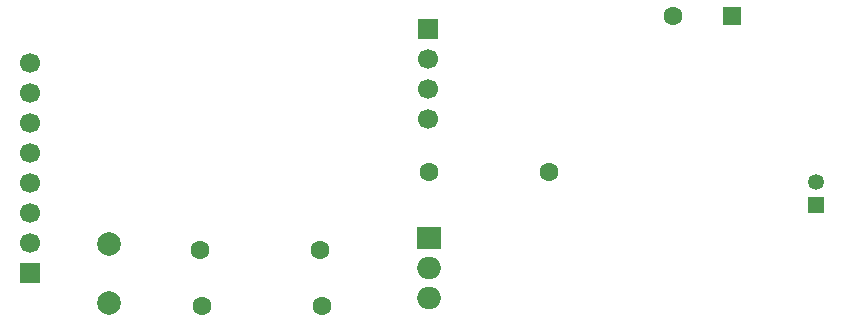
<source format=gbr>
G04 #@! TF.GenerationSoftware,KiCad,Pcbnew,9.0.4*
G04 #@! TF.CreationDate,2026-01-25T14:47:56-08:00*
G04 #@! TF.ProjectId,e-ink_PCB,652d696e-6b5f-4504-9342-2e6b69636164,rev?*
G04 #@! TF.SameCoordinates,Original*
G04 #@! TF.FileFunction,Soldermask,Bot*
G04 #@! TF.FilePolarity,Negative*
%FSLAX46Y46*%
G04 Gerber Fmt 4.6, Leading zero omitted, Abs format (unit mm)*
G04 Created by KiCad (PCBNEW 9.0.4) date 2026-01-25 14:47:56*
%MOMM*%
%LPD*%
G01*
G04 APERTURE LIST*
G04 Aperture macros list*
%AMRoundRect*
0 Rectangle with rounded corners*
0 $1 Rounding radius*
0 $2 $3 $4 $5 $6 $7 $8 $9 X,Y pos of 4 corners*
0 Add a 4 corners polygon primitive as box body*
4,1,4,$2,$3,$4,$5,$6,$7,$8,$9,$2,$3,0*
0 Add four circle primitives for the rounded corners*
1,1,$1+$1,$2,$3*
1,1,$1+$1,$4,$5*
1,1,$1+$1,$6,$7*
1,1,$1+$1,$8,$9*
0 Add four rect primitives between the rounded corners*
20,1,$1+$1,$2,$3,$4,$5,0*
20,1,$1+$1,$4,$5,$6,$7,0*
20,1,$1+$1,$6,$7,$8,$9,0*
20,1,$1+$1,$8,$9,$2,$3,0*%
G04 Aperture macros list end*
%ADD10R,1.700000X1.700000*%
%ADD11C,1.700000*%
%ADD12C,1.600000*%
%ADD13R,2.000000X1.905000*%
%ADD14O,2.000000X1.905000*%
%ADD15R,1.350000X1.350000*%
%ADD16C,1.350000*%
%ADD17RoundRect,0.250000X0.550000X0.550000X-0.550000X0.550000X-0.550000X-0.550000X0.550000X-0.550000X0*%
%ADD18C,2.000000*%
G04 APERTURE END LIST*
D10*
G04 #@! TO.C,J3*
X110200000Y-97580000D03*
D11*
X110200000Y-100120000D03*
X110200000Y-102660000D03*
X110200000Y-105200000D03*
G04 #@! TD*
D12*
G04 #@! TO.C,R3*
X110240000Y-109700000D03*
X120400000Y-109700000D03*
G04 #@! TD*
G04 #@! TO.C,R1*
X90920000Y-116300000D03*
X101080000Y-116300000D03*
G04 #@! TD*
D13*
G04 #@! TO.C,MOSFET*
X110300000Y-115220000D03*
D14*
X110300000Y-117760000D03*
X110300000Y-120300000D03*
G04 #@! TD*
D15*
G04 #@! TO.C,J5*
X143000000Y-112500000D03*
D16*
X143000000Y-110500000D03*
G04 #@! TD*
D17*
G04 #@! TO.C,J4*
X135902651Y-96500000D03*
D12*
X130902651Y-96500000D03*
G04 #@! TD*
D18*
G04 #@! TO.C,C1*
X83200000Y-120800000D03*
X83200000Y-115800000D03*
G04 #@! TD*
D10*
G04 #@! TO.C,Display*
X76500000Y-118200000D03*
D11*
X76500000Y-115660000D03*
X76500000Y-113120000D03*
X76500000Y-110580000D03*
X76500000Y-108040000D03*
X76500000Y-105500000D03*
X76500000Y-102960000D03*
X76500000Y-100420000D03*
G04 #@! TD*
D12*
G04 #@! TO.C,R2*
X91020000Y-121000000D03*
X101180000Y-121000000D03*
G04 #@! TD*
M02*

</source>
